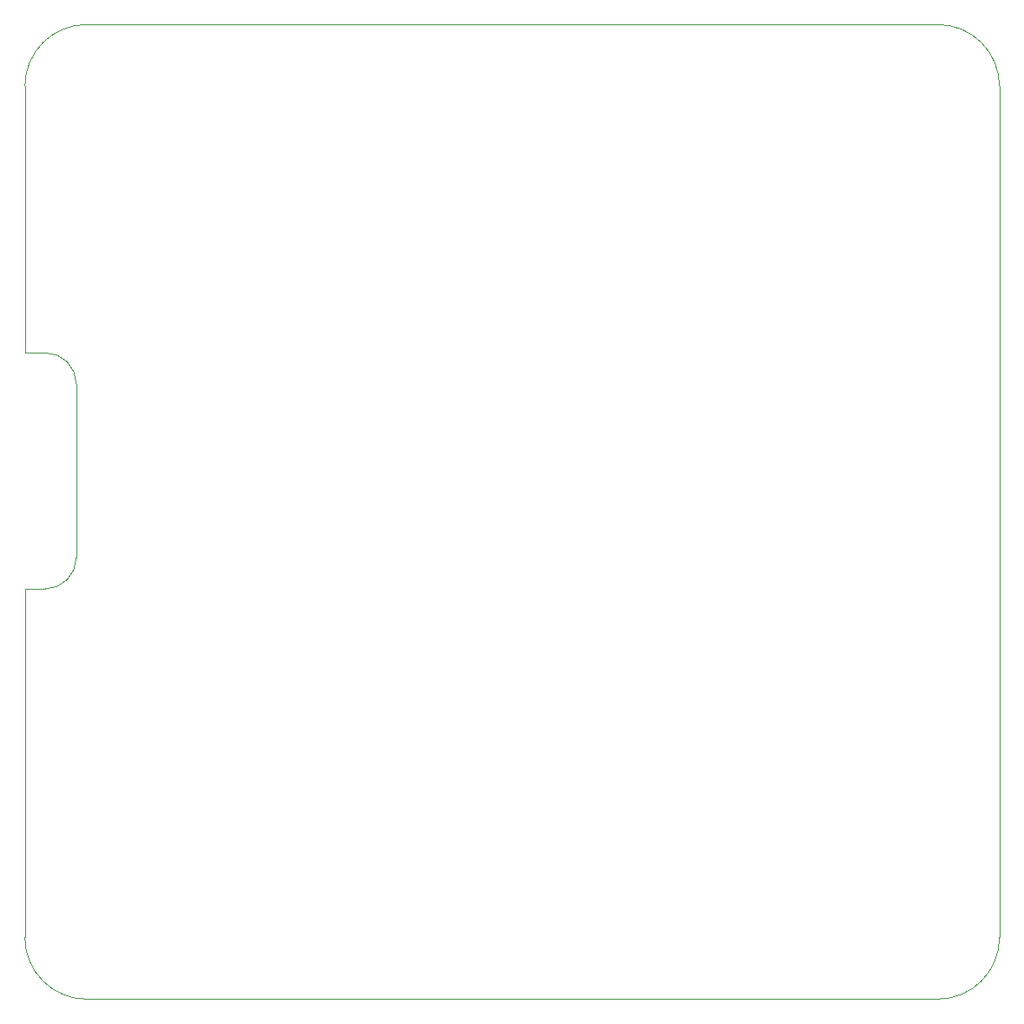
<source format=gbr>
G04 #@! TF.GenerationSoftware,KiCad,Pcbnew,(5.0.2)-1*
G04 #@! TF.CreationDate,2019-04-06T13:00:07-04:00*
G04 #@! TF.ProjectId,RETRO-EP4CE6,52455452-4f2d-4455-9034-4345362e6b69,X1*
G04 #@! TF.SameCoordinates,Original*
G04 #@! TF.FileFunction,Profile,NP*
%FSLAX46Y46*%
G04 Gerber Fmt 4.6, Leading zero omitted, Abs format (unit mm)*
G04 Created by KiCad (PCBNEW (5.0.2)-1) date 4/6/2019 1:00:07 PM*
%MOMM*%
%LPD*%
G01*
G04 APERTURE LIST*
%ADD10C,0.100000*%
G04 APERTURE END LIST*
D10*
X12000000Y-42000000D02*
X10000000Y-42000000D01*
X12000000Y-65000000D02*
X10000000Y-65000000D01*
X15000000Y-45000000D02*
X15000000Y-62000000D01*
X15000000Y-62000000D02*
G75*
G02X12000000Y-65000000I-3000000J0D01*
G01*
X12000000Y-42000000D02*
G75*
G02X15000000Y-45000000I0J-3000000D01*
G01*
X10000000Y-65000000D02*
X10000000Y-99000000D01*
X10000000Y-16000000D02*
X10000000Y-42000000D01*
X99000000Y-105000000D02*
X16000000Y-105000000D01*
X105000000Y-16000000D02*
X105000000Y-99000000D01*
X16000000Y-10000000D02*
X99000000Y-10000000D01*
X10000000Y-99000000D02*
G75*
G03X16000000Y-105000000I6000000J0D01*
G01*
X99000000Y-105000000D02*
G75*
G03X105000000Y-99000000I0J6000000D01*
G01*
X105000000Y-16000000D02*
G75*
G03X99000000Y-10000000I-6000000J0D01*
G01*
X16000000Y-10000000D02*
G75*
G03X10000000Y-16000000I0J-6000000D01*
G01*
M02*

</source>
